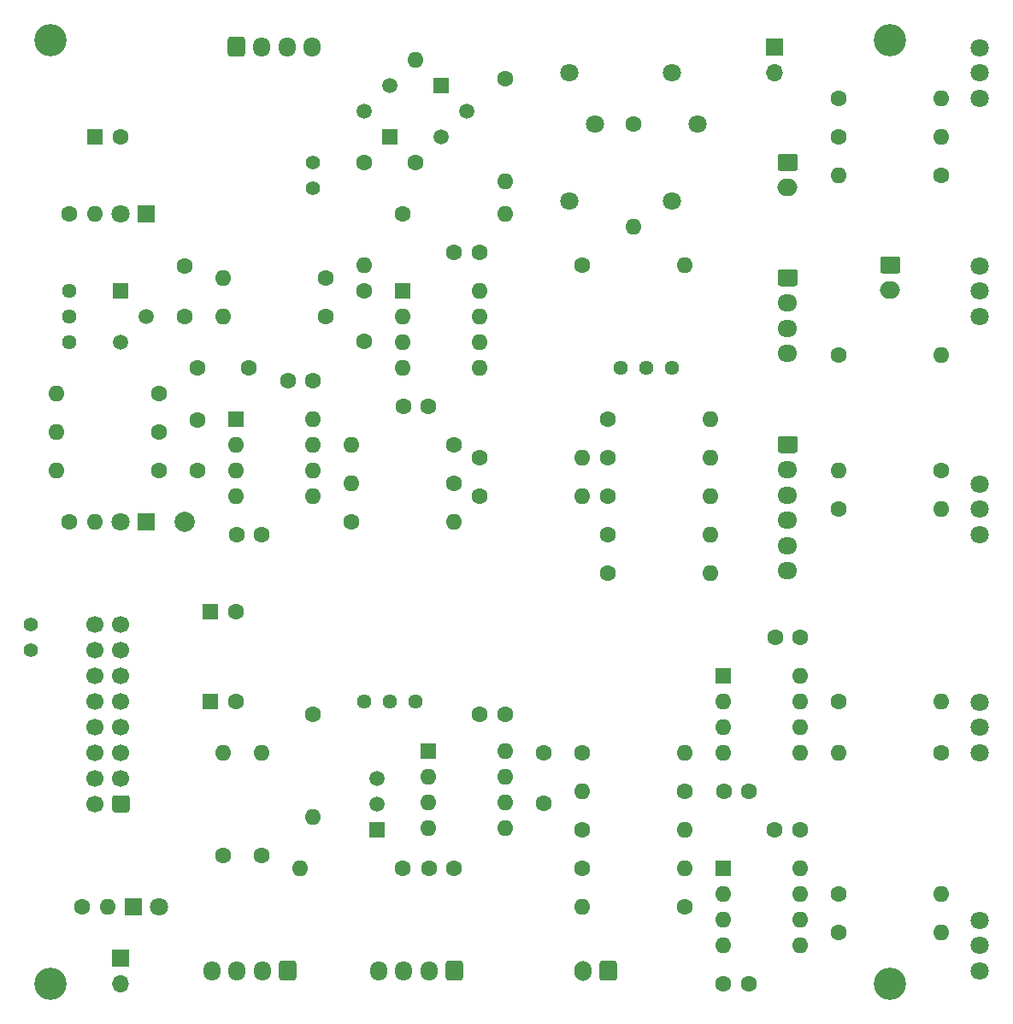
<source format=gbr>
G04 #@! TF.GenerationSoftware,KiCad,Pcbnew,(5.1.10)-1*
G04 #@! TF.CreationDate,2022-02-08T11:48:01+09:00*
G04 #@! TF.ProjectId,AnVCO,416e5643-4f2e-46b6-9963-61645f706362,Ver. 1.0*
G04 #@! TF.SameCoordinates,Original*
G04 #@! TF.FileFunction,Soldermask,Bot*
G04 #@! TF.FilePolarity,Negative*
%FSLAX46Y46*%
G04 Gerber Fmt 4.6, Leading zero omitted, Abs format (unit mm)*
G04 Created by KiCad (PCBNEW (5.1.10)-1) date 2022-02-08 11:48:01*
%MOMM*%
%LPD*%
G01*
G04 APERTURE LIST*
%ADD10O,1.600000X1.600000*%
%ADD11C,1.600000*%
%ADD12R,1.600000X1.600000*%
%ADD13C,3.200000*%
%ADD14C,2.000000*%
%ADD15C,1.440000*%
%ADD16C,1.400000*%
%ADD17C,1.800000*%
%ADD18R,1.500000X1.500000*%
%ADD19C,1.500000*%
%ADD20O,1.700000X2.000000*%
%ADD21O,1.700000X1.950000*%
%ADD22O,1.950000X1.700000*%
%ADD23O,2.000000X1.700000*%
%ADD24O,1.700000X1.700000*%
%ADD25R,1.700000X1.700000*%
%ADD26C,1.700000*%
%ADD27R,1.800000X1.800000*%
G04 APERTURE END LIST*
D10*
G04 #@! TO.C,R36*
X151130000Y-124460000D03*
D11*
X140970000Y-124460000D03*
G04 #@! TD*
D10*
G04 #@! TO.C,U3*
X133350000Y-124300000D03*
X125730000Y-131920000D03*
X133350000Y-126840000D03*
X125730000Y-129380000D03*
X133350000Y-129380000D03*
X125730000Y-126840000D03*
X133350000Y-131920000D03*
D12*
X125730000Y-124300000D03*
G04 #@! TD*
D10*
G04 #@! TO.C,R24*
X140970000Y-95250000D03*
D11*
X130810000Y-95250000D03*
G04 #@! TD*
D13*
G04 #@! TO.C,H4*
X171450000Y-147320000D03*
G04 #@! TD*
G04 #@! TO.C,H3*
X171450000Y-53975000D03*
G04 #@! TD*
G04 #@! TO.C,H2*
X88265000Y-147320000D03*
G04 #@! TD*
G04 #@! TO.C,H1*
X88265000Y-53975000D03*
G04 #@! TD*
D14*
G04 #@! TO.C,TP3*
X101600000Y-101600000D03*
G04 #@! TD*
D15*
G04 #@! TO.C,RV8*
X119380000Y-119380000D03*
X121920000Y-119380000D03*
X124460000Y-119380000D03*
G04 #@! TD*
G04 #@! TO.C,RV1*
X149860000Y-86360000D03*
X147320000Y-86360000D03*
X144780000Y-86360000D03*
G04 #@! TD*
D10*
G04 #@! TO.C,R5*
X93980000Y-139700000D03*
D11*
X91440000Y-139700000D03*
G04 #@! TD*
D10*
G04 #@! TO.C,R4*
X92710000Y-71120000D03*
D11*
X90170000Y-71120000D03*
G04 #@! TD*
D10*
G04 #@! TO.C,R3*
X92710000Y-101600000D03*
D11*
X90170000Y-101600000D03*
G04 #@! TD*
D10*
G04 #@! TO.C,U5*
X162560000Y-135890000D03*
X154940000Y-143510000D03*
X162560000Y-138430000D03*
X154940000Y-140970000D03*
X162560000Y-140970000D03*
X154940000Y-138430000D03*
X162560000Y-143510000D03*
D12*
X154940000Y-135890000D03*
G04 #@! TD*
D16*
G04 #@! TO.C,JP2*
X114300000Y-66040000D03*
X114300000Y-68580000D03*
G04 #@! TD*
D10*
G04 #@! TO.C,R43*
X166370000Y-124460000D03*
D11*
X176530000Y-124460000D03*
G04 #@! TD*
D10*
G04 #@! TO.C,U4*
X162560000Y-116840000D03*
X154940000Y-124460000D03*
X162560000Y-119380000D03*
X154940000Y-121920000D03*
X162560000Y-121920000D03*
X154940000Y-119380000D03*
X162560000Y-124460000D03*
D12*
X154940000Y-116840000D03*
G04 #@! TD*
D10*
G04 #@! TO.C,U2*
X114300000Y-91440000D03*
X106680000Y-99060000D03*
X114300000Y-93980000D03*
X106680000Y-96520000D03*
X114300000Y-96520000D03*
X106680000Y-93980000D03*
X114300000Y-99060000D03*
D12*
X106680000Y-91440000D03*
G04 #@! TD*
D10*
G04 #@! TO.C,U1*
X130810000Y-78740000D03*
X123190000Y-86360000D03*
X130810000Y-81280000D03*
X123190000Y-83820000D03*
X130810000Y-83820000D03*
X123190000Y-81280000D03*
X130810000Y-86360000D03*
D12*
X123190000Y-78740000D03*
G04 #@! TD*
D17*
G04 #@! TO.C,RV10*
X180340000Y-124460000D03*
X180340000Y-121960000D03*
X180340000Y-119460000D03*
G04 #@! TD*
G04 #@! TO.C,RV9*
X180340000Y-146050000D03*
X180340000Y-143550000D03*
X180340000Y-141050000D03*
G04 #@! TD*
D15*
G04 #@! TO.C,RV7*
X90170000Y-78740000D03*
X90170000Y-81280000D03*
X90170000Y-83820000D03*
G04 #@! TD*
D17*
G04 #@! TO.C,RV6*
X180340000Y-102870000D03*
X180340000Y-100370000D03*
X180340000Y-97870000D03*
G04 #@! TD*
G04 #@! TO.C,RV5*
X180340000Y-81280000D03*
X180340000Y-78780000D03*
X180340000Y-76280000D03*
G04 #@! TD*
G04 #@! TO.C,RV4*
X139700000Y-57150000D03*
X142240000Y-62230000D03*
X139700000Y-69850000D03*
G04 #@! TD*
G04 #@! TO.C,RV3*
X149860000Y-57150000D03*
X152400000Y-62230000D03*
X149860000Y-69850000D03*
G04 #@! TD*
G04 #@! TO.C,RV2*
X180340000Y-59690000D03*
X180340000Y-57190000D03*
X180340000Y-54690000D03*
G04 #@! TD*
D10*
G04 #@! TO.C,R42*
X176530000Y-138430000D03*
D11*
X166370000Y-138430000D03*
G04 #@! TD*
D10*
G04 #@! TO.C,R41*
X140970000Y-139700000D03*
D11*
X151130000Y-139700000D03*
G04 #@! TD*
D10*
G04 #@! TO.C,R40*
X176530000Y-119380000D03*
D11*
X166370000Y-119380000D03*
G04 #@! TD*
D10*
G04 #@! TO.C,R39*
X176530000Y-142240000D03*
D11*
X166370000Y-142240000D03*
G04 #@! TD*
D10*
G04 #@! TO.C,R38*
X151130000Y-135890000D03*
D11*
X140970000Y-135890000D03*
G04 #@! TD*
D10*
G04 #@! TO.C,R37*
X151130000Y-132080000D03*
D11*
X140970000Y-132080000D03*
G04 #@! TD*
D10*
G04 #@! TO.C,R35*
X113030000Y-135890000D03*
D11*
X123190000Y-135890000D03*
G04 #@! TD*
D10*
G04 #@! TO.C,R34*
X114300000Y-130810000D03*
D11*
X114300000Y-120650000D03*
G04 #@! TD*
D10*
G04 #@! TO.C,R33*
X140970000Y-128270000D03*
D11*
X151130000Y-128270000D03*
G04 #@! TD*
D10*
G04 #@! TO.C,R32*
X118110000Y-97790000D03*
D11*
X128270000Y-97790000D03*
G04 #@! TD*
D10*
G04 #@! TO.C,R31*
X105410000Y-81280000D03*
D11*
X115570000Y-81280000D03*
G04 #@! TD*
D10*
G04 #@! TO.C,R30*
X88900000Y-92710000D03*
D11*
X99060000Y-92710000D03*
G04 #@! TD*
D10*
G04 #@! TO.C,R29*
X128270000Y-101600000D03*
D11*
X118110000Y-101600000D03*
G04 #@! TD*
D10*
G04 #@! TO.C,R28*
X118110000Y-93980000D03*
D11*
X128270000Y-93980000D03*
G04 #@! TD*
D10*
G04 #@! TO.C,R27*
X140970000Y-99060000D03*
D11*
X130810000Y-99060000D03*
G04 #@! TD*
D10*
G04 #@! TO.C,R26*
X88900000Y-88900000D03*
D11*
X99060000Y-88900000D03*
G04 #@! TD*
D10*
G04 #@! TO.C,R25*
X105410000Y-77470000D03*
D11*
X115570000Y-77470000D03*
G04 #@! TD*
D10*
G04 #@! TO.C,R23*
X88900000Y-96520000D03*
D11*
X99060000Y-96520000D03*
G04 #@! TD*
D10*
G04 #@! TO.C,R22*
X176530000Y-100330000D03*
D11*
X166370000Y-100330000D03*
G04 #@! TD*
D10*
G04 #@! TO.C,R21*
X119380000Y-76200000D03*
D11*
X119380000Y-66040000D03*
G04 #@! TD*
D10*
G04 #@! TO.C,R20*
X133350000Y-67945000D03*
D11*
X133350000Y-57785000D03*
G04 #@! TD*
D10*
G04 #@! TO.C,R19*
X176530000Y-85090000D03*
D11*
X166370000Y-85090000D03*
G04 #@! TD*
D10*
G04 #@! TO.C,R18*
X124460000Y-55880000D03*
D11*
X124460000Y-66040000D03*
G04 #@! TD*
D10*
G04 #@! TO.C,R17*
X133350000Y-71120000D03*
D11*
X123190000Y-71120000D03*
G04 #@! TD*
D10*
G04 #@! TO.C,R16*
X153670000Y-106680000D03*
D11*
X143510000Y-106680000D03*
G04 #@! TD*
D10*
G04 #@! TO.C,R15*
X166370000Y-96520000D03*
D11*
X176530000Y-96520000D03*
G04 #@! TD*
D10*
G04 #@! TO.C,R14*
X153670000Y-102870000D03*
D11*
X143510000Y-102870000D03*
G04 #@! TD*
D10*
G04 #@! TO.C,R13*
X153670000Y-99060000D03*
D11*
X143510000Y-99060000D03*
G04 #@! TD*
D10*
G04 #@! TO.C,R12*
X153670000Y-95250000D03*
D11*
X143510000Y-95250000D03*
G04 #@! TD*
D10*
G04 #@! TO.C,R11*
X166370000Y-67310000D03*
D11*
X176530000Y-67310000D03*
G04 #@! TD*
D10*
G04 #@! TO.C,R10*
X146050000Y-72390000D03*
D11*
X146050000Y-62230000D03*
G04 #@! TD*
D10*
G04 #@! TO.C,R9*
X176530000Y-63500000D03*
D11*
X166370000Y-63500000D03*
G04 #@! TD*
D10*
G04 #@! TO.C,R8*
X176530000Y-59690000D03*
D11*
X166370000Y-59690000D03*
G04 #@! TD*
D10*
G04 #@! TO.C,R7*
X153670000Y-91440000D03*
D11*
X143510000Y-91440000D03*
G04 #@! TD*
D10*
G04 #@! TO.C,R6*
X151130000Y-76200000D03*
D11*
X140970000Y-76200000D03*
G04 #@! TD*
D10*
G04 #@! TO.C,R2*
X105410000Y-124460000D03*
D11*
X105410000Y-134620000D03*
G04 #@! TD*
D10*
G04 #@! TO.C,R1*
X109220000Y-124460000D03*
D11*
X109220000Y-134620000D03*
G04 #@! TD*
D18*
G04 #@! TO.C,Q4*
X120650000Y-132080000D03*
D19*
X120650000Y-127000000D03*
X120650000Y-129540000D03*
G04 #@! TD*
D18*
G04 #@! TO.C,Q3*
X95250000Y-78740000D03*
D19*
X95250000Y-83820000D03*
X97790000Y-81280000D03*
G04 #@! TD*
D18*
G04 #@! TO.C,Q2*
X121920000Y-63500000D03*
D19*
X121920000Y-58420000D03*
X119380000Y-60960000D03*
G04 #@! TD*
D18*
G04 #@! TO.C,Q1*
X127000000Y-58420000D03*
D19*
X127000000Y-63500000D03*
X129540000Y-60960000D03*
G04 #@! TD*
D16*
G04 #@! TO.C,JP1*
X86360000Y-111760000D03*
X86360000Y-114300000D03*
G04 #@! TD*
D20*
G04 #@! TO.C,J11*
X141010000Y-146050000D03*
G36*
G01*
X144360000Y-145300000D02*
X144360000Y-146800000D01*
G75*
G02*
X144110000Y-147050000I-250000J0D01*
G01*
X142910000Y-147050000D01*
G75*
G02*
X142660000Y-146800000I0J250000D01*
G01*
X142660000Y-145300000D01*
G75*
G02*
X142910000Y-145050000I250000J0D01*
G01*
X144110000Y-145050000D01*
G75*
G02*
X144360000Y-145300000I0J-250000D01*
G01*
G37*
G04 #@! TD*
D21*
G04 #@! TO.C,J10*
X114180000Y-54610000D03*
X111680000Y-54610000D03*
X109180000Y-54610000D03*
G36*
G01*
X105830000Y-55335000D02*
X105830000Y-53885000D01*
G75*
G02*
X106080000Y-53635000I250000J0D01*
G01*
X107280000Y-53635000D01*
G75*
G02*
X107530000Y-53885000I0J-250000D01*
G01*
X107530000Y-55335000D01*
G75*
G02*
X107280000Y-55585000I-250000J0D01*
G01*
X106080000Y-55585000D01*
G75*
G02*
X105830000Y-55335000I0J250000D01*
G01*
G37*
G04 #@! TD*
D22*
G04 #@! TO.C,J9*
X161290000Y-84970000D03*
X161290000Y-82470000D03*
X161290000Y-79970000D03*
G36*
G01*
X160565000Y-76620000D02*
X162015000Y-76620000D01*
G75*
G02*
X162265000Y-76870000I0J-250000D01*
G01*
X162265000Y-78070000D01*
G75*
G02*
X162015000Y-78320000I-250000J0D01*
G01*
X160565000Y-78320000D01*
G75*
G02*
X160315000Y-78070000I0J250000D01*
G01*
X160315000Y-76870000D01*
G75*
G02*
X160565000Y-76620000I250000J0D01*
G01*
G37*
G04 #@! TD*
G04 #@! TO.C,J8*
X161290000Y-106480000D03*
X161290000Y-103980000D03*
X161290000Y-101480000D03*
X161290000Y-98980000D03*
X161290000Y-96480000D03*
G36*
G01*
X160565000Y-93130000D02*
X162015000Y-93130000D01*
G75*
G02*
X162265000Y-93380000I0J-250000D01*
G01*
X162265000Y-94580000D01*
G75*
G02*
X162015000Y-94830000I-250000J0D01*
G01*
X160565000Y-94830000D01*
G75*
G02*
X160315000Y-94580000I0J250000D01*
G01*
X160315000Y-93380000D01*
G75*
G02*
X160565000Y-93130000I250000J0D01*
G01*
G37*
G04 #@! TD*
D23*
G04 #@! TO.C,J7*
X171450000Y-78700000D03*
G36*
G01*
X170700000Y-75350000D02*
X172200000Y-75350000D01*
G75*
G02*
X172450000Y-75600000I0J-250000D01*
G01*
X172450000Y-76800000D01*
G75*
G02*
X172200000Y-77050000I-250000J0D01*
G01*
X170700000Y-77050000D01*
G75*
G02*
X170450000Y-76800000I0J250000D01*
G01*
X170450000Y-75600000D01*
G75*
G02*
X170700000Y-75350000I250000J0D01*
G01*
G37*
G04 #@! TD*
D24*
G04 #@! TO.C,J6*
X95250000Y-147320000D03*
D25*
X95250000Y-144780000D03*
G04 #@! TD*
D24*
G04 #@! TO.C,J5*
X160020000Y-57150000D03*
D25*
X160020000Y-54610000D03*
G04 #@! TD*
D26*
G04 #@! TO.C,J4*
X92710000Y-111760000D03*
X92710000Y-114300000D03*
X92710000Y-116840000D03*
X92710000Y-119380000D03*
X92710000Y-121920000D03*
X92710000Y-124460000D03*
X92710000Y-127000000D03*
X92710000Y-129540000D03*
X95250000Y-111760000D03*
X95250000Y-114300000D03*
X95250000Y-116840000D03*
X95250000Y-119380000D03*
X95250000Y-121920000D03*
X95250000Y-124460000D03*
X95250000Y-127000000D03*
G36*
G01*
X96100000Y-128940000D02*
X96100000Y-130140000D01*
G75*
G02*
X95850000Y-130390000I-250000J0D01*
G01*
X94650000Y-130390000D01*
G75*
G02*
X94400000Y-130140000I0J250000D01*
G01*
X94400000Y-128940000D01*
G75*
G02*
X94650000Y-128690000I250000J0D01*
G01*
X95850000Y-128690000D01*
G75*
G02*
X96100000Y-128940000I0J-250000D01*
G01*
G37*
G04 #@! TD*
D21*
G04 #@! TO.C,J3*
X104260000Y-146050000D03*
X106760000Y-146050000D03*
X109260000Y-146050000D03*
G36*
G01*
X112610000Y-145325000D02*
X112610000Y-146775000D01*
G75*
G02*
X112360000Y-147025000I-250000J0D01*
G01*
X111160000Y-147025000D01*
G75*
G02*
X110910000Y-146775000I0J250000D01*
G01*
X110910000Y-145325000D01*
G75*
G02*
X111160000Y-145075000I250000J0D01*
G01*
X112360000Y-145075000D01*
G75*
G02*
X112610000Y-145325000I0J-250000D01*
G01*
G37*
G04 #@! TD*
G04 #@! TO.C,J2*
X120770000Y-146050000D03*
X123270000Y-146050000D03*
X125770000Y-146050000D03*
G36*
G01*
X129120000Y-145325000D02*
X129120000Y-146775000D01*
G75*
G02*
X128870000Y-147025000I-250000J0D01*
G01*
X127670000Y-147025000D01*
G75*
G02*
X127420000Y-146775000I0J250000D01*
G01*
X127420000Y-145325000D01*
G75*
G02*
X127670000Y-145075000I250000J0D01*
G01*
X128870000Y-145075000D01*
G75*
G02*
X129120000Y-145325000I0J-250000D01*
G01*
G37*
G04 #@! TD*
D23*
G04 #@! TO.C,J1*
X161290000Y-68540000D03*
G36*
G01*
X160540000Y-65190000D02*
X162040000Y-65190000D01*
G75*
G02*
X162290000Y-65440000I0J-250000D01*
G01*
X162290000Y-66640000D01*
G75*
G02*
X162040000Y-66890000I-250000J0D01*
G01*
X160540000Y-66890000D01*
G75*
G02*
X160290000Y-66640000I0J250000D01*
G01*
X160290000Y-65440000D01*
G75*
G02*
X160540000Y-65190000I250000J0D01*
G01*
G37*
G04 #@! TD*
D17*
G04 #@! TO.C,D3*
X99060000Y-139700000D03*
D27*
X96520000Y-139700000D03*
G04 #@! TD*
D17*
G04 #@! TO.C,D2*
X95250000Y-71120000D03*
D27*
X97790000Y-71120000D03*
G04 #@! TD*
D17*
G04 #@! TO.C,D1*
X95250000Y-101600000D03*
D27*
X97790000Y-101600000D03*
G04 #@! TD*
D11*
G04 #@! TO.C,C18*
X157440000Y-147320000D03*
X154940000Y-147320000D03*
G04 #@! TD*
G04 #@! TO.C,C17*
X162520000Y-132080000D03*
X160020000Y-132080000D03*
G04 #@! TD*
G04 #@! TO.C,C16*
X157480000Y-128270000D03*
X154980000Y-128270000D03*
G04 #@! TD*
G04 #@! TO.C,C15*
X162560000Y-113030000D03*
X160060000Y-113030000D03*
G04 #@! TD*
G04 #@! TO.C,C14*
X125770000Y-135890000D03*
X128270000Y-135890000D03*
G04 #@! TD*
G04 #@! TO.C,C13*
X137160000Y-129460000D03*
X137160000Y-124460000D03*
G04 #@! TD*
G04 #@! TO.C,C12*
X133310000Y-120650000D03*
X130810000Y-120650000D03*
G04 #@! TD*
G04 #@! TO.C,C11*
X106720000Y-102870000D03*
X109220000Y-102870000D03*
G04 #@! TD*
G04 #@! TO.C,C10*
X107870000Y-86360000D03*
X102870000Y-86360000D03*
G04 #@! TD*
G04 #@! TO.C,C9*
X114300000Y-87630000D03*
X111800000Y-87630000D03*
G04 #@! TD*
G04 #@! TO.C,C8*
X101600000Y-76280000D03*
X101600000Y-81280000D03*
G04 #@! TD*
G04 #@! TO.C,C7*
X102870000Y-91520000D03*
X102870000Y-96520000D03*
G04 #@! TD*
G04 #@! TO.C,C6*
X119380000Y-83740000D03*
X119380000Y-78740000D03*
G04 #@! TD*
G04 #@! TO.C,C5*
X123230000Y-90170000D03*
X125730000Y-90170000D03*
G04 #@! TD*
G04 #@! TO.C,C4*
X130770000Y-74930000D03*
X128270000Y-74930000D03*
G04 #@! TD*
G04 #@! TO.C,C3*
X106640000Y-119380000D03*
D12*
X104140000Y-119380000D03*
G04 #@! TD*
D11*
G04 #@! TO.C,C2*
X95210000Y-63500000D03*
D12*
X92710000Y-63500000D03*
G04 #@! TD*
D11*
G04 #@! TO.C,C1*
X106640000Y-110490000D03*
D12*
X104140000Y-110490000D03*
G04 #@! TD*
M02*

</source>
